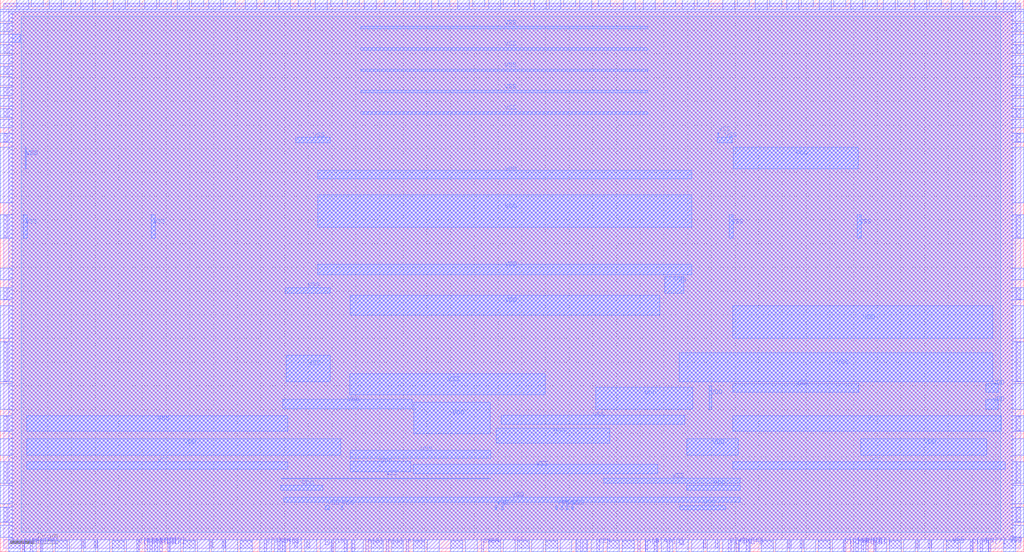
<source format=lef>
VERSION 5.7 ;
  NOWIREEXTENSIONATPIN ON ;
  DIVIDERCHAR "/" ;
  BUSBITCHARS "[]" ;
MACRO gf180mcu_fd_ip_sram__sram64x8m8wm1
  CLASS BLOCK ;
  FOREIGN gf180mcu_fd_ip_sram__sram64x8m8wm1 ;
  ORIGIN 0.000 0.000 ;
  SIZE 431.860 BY 232.880 ;
  SYMMETRY X Y R90 ;
  PIN A[5]
    DIRECTION INPUT ;
    USE SIGNAL ;
    ANTENNADIFFAREA 1.997600 ;
    PORT
      LAYER Metal2 ;
        RECT 272.085 0.000 273.205 5.000 ;
    END
  END A[5]
  PIN A[4]
    DIRECTION INPUT ;
    USE SIGNAL ;
    ANTENNADIFFAREA 1.997600 ;
    PORT
      LAYER Metal2 ;
        RECT 275.820 0.000 276.940 5.000 ;
    END
  END A[4]
  PIN A[3]
    DIRECTION INPUT ;
    USE SIGNAL ;
    ANTENNADIFFAREA 1.997600 ;
    PORT
      LAYER Metal2 ;
        RECT 281.325 0.000 282.445 5.000 ;
    END
  END A[3]
  PIN A[2]
    DIRECTION INPUT ;
    USE SIGNAL ;
    ANTENNADIFFAREA 1.997600 ;
    PORT
      LAYER Metal2 ;
        RECT 154.295 0.000 155.415 5.000 ;
    END
  END A[2]
  PIN A[1]
    DIRECTION INPUT ;
    USE SIGNAL ;
    ANTENNADIFFAREA 1.997600 ;
    PORT
      LAYER Metal2 ;
        RECT 162.760 0.000 163.880 5.000 ;
    END
  END A[1]
  PIN A[0]
    DIRECTION INPUT ;
    USE SIGNAL ;
    ANTENNADIFFAREA 1.997600 ;
    PORT
      LAYER Metal2 ;
        RECT 171.215 0.000 172.335 5.000 ;
    END
  END A[0]
  PIN CEN
    DIRECTION INPUT ;
    USE SIGNAL ;
    ANTENNADIFFAREA 1.997600 ;
    PORT
      LAYER Metal2 ;
        RECT 251.710 0.000 252.830 5.000 ;
    END
  END CEN
  PIN CLK
    DIRECTION INPUT ;
    USE SIGNAL ;
    ANTENNAGATEAREA 44.706600 ;
    PORT
      LAYER Metal2 ;
        RECT 139.680 0.000 140.800 5.000 ;
    END
  END CLK
  PIN D[7]
    DIRECTION INPUT ;
    USE SIGNAL ;
    ANTENNAGATEAREA 1.152000 ;
    PORT
      LAYER Metal2 ;
        RECT 416.860 0.000 417.980 5.000 ;
    END
  END D[7]
  PIN D[6]
    DIRECTION INPUT ;
    USE SIGNAL ;
    ANTENNAGATEAREA 1.152000 ;
    PORT
      LAYER Metal2 ;
        RECT 365.150 0.000 366.270 5.000 ;
    END
  END D[6]
  PIN D[5]
    DIRECTION INPUT ;
    USE SIGNAL ;
    ANTENNAGATEAREA 1.152000 ;
    PORT
      LAYER Metal2 ;
        RECT 358.910 0.000 360.030 5.000 ;
    END
  END D[5]
  PIN D[4]
    DIRECTION INPUT ;
    USE SIGNAL ;
    ANTENNAGATEAREA 1.152000 ;
    PORT
      LAYER Metal2 ;
        RECT 307.235 0.000 308.355 5.000 ;
    END
  END D[4]
  PIN D[3]
    DIRECTION INPUT ;
    USE SIGNAL ;
    ANTENNAGATEAREA 1.152000 ;
    PORT
      LAYER Metal2 ;
        RECT 118.975 0.000 120.095 5.000 ;
    END
  END D[3]
  PIN D[2]
    DIRECTION INPUT ;
    USE SIGNAL ;
    ANTENNAGATEAREA 1.152000 ;
    PORT
      LAYER Metal2 ;
        RECT 67.270 0.000 68.390 5.000 ;
    END
  END D[2]
  PIN D[1]
    DIRECTION INPUT ;
    USE SIGNAL ;
    ANTENNAGATEAREA 1.152000 ;
    PORT
      LAYER Metal2 ;
        RECT 61.030 0.000 62.150 5.000 ;
    END
  END D[1]
  PIN D[0]
    DIRECTION INPUT ;
    USE SIGNAL ;
    ANTENNAGATEAREA 1.152000 ;
    PORT
      LAYER Metal2 ;
        RECT 9.320 0.000 10.440 5.000 ;
    END
  END D[0]
  PIN GWEN
    DIRECTION INPUT ;
    USE SIGNAL ;
    ANTENNAGATEAREA 14.466000 ;
    PORT
      LAYER Metal2 ;
        RECT 202.940 0.000 204.060 5.000 ;
    END
  END GWEN
  PIN Q[7]
    DIRECTION OUTPUT ;
    USE SIGNAL ;
    ANTENNADIFFAREA 11.328000 ;
    PORT
      LAYER Metal2 ;
        RECT 409.275 0.000 410.395 5.000 ;
    END
  END Q[7]
  PIN Q[6]
    DIRECTION OUTPUT ;
    USE SIGNAL ;
    ANTENNADIFFAREA 11.328000 ;
    PORT
      LAYER Metal2 ;
        RECT 368.515 0.000 369.635 5.000 ;
    END
  END Q[6]
  PIN Q[5]
    DIRECTION OUTPUT ;
    USE SIGNAL ;
    ANTENNADIFFAREA 11.328000 ;
    PORT
      LAYER Metal2 ;
        RECT 355.545 0.000 356.665 5.000 ;
    END
  END Q[5]
  PIN Q[4]
    DIRECTION OUTPUT ;
    USE SIGNAL ;
    ANTENNADIFFAREA 11.328000 ;
    PORT
      LAYER Metal2 ;
        RECT 314.790 0.000 315.910 5.000 ;
    END
  END Q[4]
  PIN Q[3]
    DIRECTION OUTPUT ;
    USE SIGNAL ;
    ANTENNADIFFAREA 11.328000 ;
    PORT
      LAYER Metal2 ;
        RECT 111.395 0.000 112.515 5.000 ;
    END
  END Q[3]
  PIN Q[2]
    DIRECTION OUTPUT ;
    USE SIGNAL ;
    ANTENNADIFFAREA 11.328000 ;
    PORT
      LAYER Metal2 ;
        RECT 70.635 0.000 71.755 5.000 ;
    END
  END Q[2]
  PIN Q[1]
    DIRECTION OUTPUT ;
    USE SIGNAL ;
    ANTENNADIFFAREA 11.328000 ;
    PORT
      LAYER Metal2 ;
        RECT 57.665 0.000 58.785 5.000 ;
    END
  END Q[1]
  PIN Q[0]
    DIRECTION OUTPUT ;
    USE SIGNAL ;
    ANTENNADIFFAREA 11.328000 ;
    PORT
      LAYER Metal2 ;
        RECT 16.900 0.000 18.020 5.000 ;
    END
  END Q[0]
  PIN VDD
    DIRECTION INOUT ;
    USE POWER ;
    PORT
      LAYER Metal2 ;
        RECT 3.530 228.880 8.530 228.970 ;
        RECT 423.330 228.880 428.330 228.970 ;
        RECT 3.530 227.880 428.330 228.880 ;
        RECT 3.530 5.000 5.000 227.880 ;
        RECT 426.860 5.000 428.330 227.880 ;
        RECT 3.530 1.410 8.530 5.000 ;
        RECT 245.725 0.000 247.490 5.000 ;
        RECT 423.330 1.410 428.330 5.000 ;
      LAYER Metal3 ;
        RECT 7.005 228.880 12.005 232.880 ;
        RECT 20.685 228.880 25.685 232.880 ;
        RECT 34.005 228.880 39.005 232.880 ;
        RECT 47.685 228.880 52.685 232.880 ;
        RECT 61.005 228.880 66.005 232.880 ;
        RECT 74.685 228.880 79.685 232.880 ;
        RECT 88.005 228.880 93.005 232.880 ;
        RECT 103.265 228.880 108.265 232.880 ;
        RECT 117.415 228.880 122.415 232.880 ;
        RECT 132.860 228.880 137.860 232.880 ;
        RECT 153.550 228.880 158.550 232.880 ;
        RECT 177.075 228.880 182.075 232.880 ;
        RECT 192.925 228.880 197.925 232.880 ;
        RECT 206.150 228.880 211.150 232.880 ;
        RECT 225.345 228.880 230.345 232.880 ;
        RECT 231.565 228.880 236.565 232.880 ;
        RECT 244.505 228.880 249.505 232.880 ;
        RECT 262.845 228.880 267.845 232.880 ;
        RECT 271.310 228.880 276.310 232.880 ;
        RECT 287.735 228.880 292.735 232.880 ;
        RECT 304.885 228.880 309.885 232.880 ;
        RECT 318.565 228.880 323.565 232.880 ;
        RECT 331.885 228.880 336.885 232.880 ;
        RECT 345.565 228.880 350.565 232.880 ;
        RECT 358.885 228.880 363.885 232.880 ;
        RECT 372.565 228.880 377.565 232.880 ;
        RECT 385.885 228.880 390.885 232.880 ;
        RECT 401.145 228.880 406.145 232.880 ;
        RECT 415.295 228.880 420.295 232.880 ;
        RECT 423.330 228.880 428.330 232.880 ;
        RECT 0.000 227.880 431.860 228.880 ;
        RECT 0.000 223.880 5.000 227.880 ;
        RECT 426.860 223.880 431.860 227.880 ;
        RECT 0.000 214.880 8.530 218.380 ;
        RECT 426.860 214.880 431.860 218.380 ;
        RECT 0.000 205.880 5.000 209.380 ;
        RECT 426.860 205.880 431.860 209.380 ;
        RECT 0.000 196.880 5.000 200.380 ;
        RECT 426.860 196.880 431.860 200.380 ;
        RECT 0.000 187.880 5.000 191.380 ;
        RECT 426.860 187.880 431.860 191.380 ;
        RECT 0.000 178.880 5.000 182.380 ;
        RECT 426.860 178.880 431.860 182.380 ;
        RECT 0.000 147.150 5.000 170.625 ;
        RECT 426.860 147.150 431.860 170.625 ;
        RECT 0.000 114.690 5.000 119.690 ;
        RECT 426.860 114.690 431.860 119.690 ;
        RECT 0.000 90.080 5.000 103.695 ;
        RECT 426.860 90.080 431.860 103.695 ;
        RECT 0.000 60.180 5.000 70.890 ;
        RECT 426.860 60.180 431.860 70.890 ;
        RECT 0.000 40.760 5.000 47.575 ;
        RECT 426.860 40.760 431.860 47.575 ;
        RECT 0.000 20.300 5.000 28.145 ;
        RECT 426.860 20.300 431.860 28.145 ;
        RECT 0.000 6.160 5.000 11.160 ;
        RECT 3.530 5.000 5.000 6.160 ;
        RECT 426.860 6.160 431.860 11.160 ;
        RECT 426.860 5.000 428.330 6.160 ;
        RECT 3.530 0.000 8.530 5.000 ;
        RECT 10.195 0.000 15.195 5.000 ;
        RECT 17.210 0.000 22.210 5.000 ;
        RECT 29.210 0.000 34.210 5.000 ;
        RECT 35.210 0.000 40.210 5.000 ;
        RECT 41.210 0.000 46.210 5.000 ;
        RECT 53.210 0.000 58.210 5.000 ;
        RECT 62.215 0.000 67.215 5.000 ;
        RECT 71.210 0.000 76.210 5.000 ;
        RECT 83.210 0.000 88.210 5.000 ;
        RECT 89.210 0.000 94.210 5.000 ;
        RECT 95.210 0.000 100.210 5.000 ;
        RECT 109.550 0.000 114.550 5.000 ;
        RECT 115.550 0.000 120.550 5.000 ;
        RECT 122.050 0.000 127.050 5.000 ;
        RECT 128.550 0.000 133.550 5.000 ;
        RECT 135.050 0.000 140.050 5.000 ;
        RECT 141.550 0.000 146.550 5.000 ;
        RECT 148.050 0.000 153.050 5.000 ;
        RECT 180.155 0.000 185.155 5.000 ;
        RECT 196.140 0.000 201.140 5.000 ;
        RECT 212.165 0.000 217.165 5.000 ;
        RECT 224.165 0.000 229.165 5.000 ;
        RECT 236.165 0.000 241.165 5.000 ;
        RECT 242.830 0.000 247.830 5.000 ;
        RECT 249.380 0.000 254.380 5.000 ;
        RECT 272.290 0.000 277.290 5.000 ;
        RECT 278.790 0.000 283.790 5.000 ;
        RECT 285.290 0.000 290.290 5.000 ;
        RECT 291.790 0.000 296.790 5.000 ;
        RECT 298.290 0.000 303.290 5.000 ;
        RECT 304.790 0.000 309.790 5.000 ;
        RECT 311.475 0.000 316.475 5.000 ;
        RECT 327.090 0.000 332.090 5.000 ;
        RECT 333.090 0.000 338.090 5.000 ;
        RECT 339.090 0.000 344.090 5.000 ;
        RECT 351.090 0.000 356.090 5.000 ;
        RECT 360.085 0.000 365.085 5.000 ;
        RECT 369.090 0.000 374.090 5.000 ;
        RECT 381.090 0.000 386.090 5.000 ;
        RECT 387.090 0.000 392.090 5.000 ;
        RECT 393.090 0.000 398.090 5.000 ;
        RECT 405.090 0.000 410.090 5.000 ;
        RECT 412.095 0.000 417.095 5.000 ;
        RECT 423.330 0.000 428.330 5.000 ;
    END
    PORT
      LAYER Metal3 ;
        RECT 11.130 40.770 143.645 47.575 ;
    END
    PORT
      LAYER Metal3 ;
        RECT 147.685 33.720 173.110 38.260 ;
    END
    PORT
      LAYER Metal3 ;
        RECT 10.475 161.575 10.940 170.630 ;
    END
    PORT
      LAYER Metal3 ;
        RECT 133.860 157.430 291.755 160.995 ;
    END
    PORT
      LAYER Metal3 ;
        RECT 133.860 136.910 291.755 150.525 ;
    END
    PORT
      LAYER Metal3 ;
        RECT 309.265 161.575 361.915 170.625 ;
    END
    PORT
      LAYER Metal3 ;
        RECT 133.850 116.850 291.740 121.390 ;
    END
    PORT
      LAYER Metal3 ;
        RECT 147.565 99.845 278.225 108.125 ;
    END
    PORT
      LAYER Metal3 ;
        RECT 309.125 90.075 418.815 103.695 ;
    END
    PORT
      LAYER Metal3 ;
        RECT 119.105 60.230 173.805 64.235 ;
    END
    PORT
      LAYER Metal3 ;
        RECT 174.520 49.860 206.765 63.030 ;
    END
    PORT
      LAYER Metal3 ;
        RECT 251.140 60.175 292.105 69.330 ;
    END
    PORT
      LAYER Metal3 ;
        RECT 299.130 60.175 300.130 70.085 ;
    END
    PORT
      LAYER Metal3 ;
        RECT 309.035 67.305 362.145 70.890 ;
    END
    PORT
      LAYER Metal3 ;
        RECT 415.845 60.175 421.105 64.235 ;
    END
    PORT
      LAYER Metal3 ;
        RECT 415.845 67.305 421.105 70.895 ;
    END
    PORT
      LAYER Metal3 ;
        RECT 289.545 40.770 311.390 47.580 ;
    END
    PORT
      LAYER Metal3 ;
        RECT 363.010 40.760 416.170 47.575 ;
    END
    PORT
      LAYER Metal3 ;
        RECT 118.435 25.875 136.070 28.150 ;
    END
    PORT
      LAYER Metal3 ;
        RECT 119.545 20.830 312.145 23.095 ;
    END
    PORT
      LAYER Metal3 ;
        RECT 289.545 25.875 312.145 28.150 ;
    END
  END VDD
  PIN VSS
    DIRECTION INOUT ;
    USE GROUND ;
    PORT
      LAYER Metal1 ;
        RECT 1.410 227.880 430.450 231.470 ;
        RECT 1.410 5.000 5.000 227.880 ;
        RECT 426.860 5.000 430.450 227.880 ;
        RECT 1.410 1.410 430.450 5.000 ;
      LAYER Metal2 ;
        RECT 1.410 229.840 430.450 231.470 ;
        RECT 1.410 219.390 3.030 222.870 ;
        RECT 428.830 219.390 430.450 222.870 ;
        RECT 1.410 210.390 3.030 213.870 ;
        RECT 428.830 210.390 430.450 213.870 ;
        RECT 1.410 201.390 3.030 204.870 ;
        RECT 428.830 201.390 430.450 204.870 ;
        RECT 1.410 192.390 3.030 195.870 ;
        RECT 428.830 192.390 430.450 195.870 ;
        RECT 1.410 183.390 3.030 186.870 ;
        RECT 428.830 183.390 430.450 186.870 ;
        RECT 1.410 172.890 3.030 176.370 ;
        RECT 428.830 172.890 430.450 176.370 ;
        RECT 1.410 132.690 3.030 141.750 ;
        RECT 428.830 132.690 430.450 141.750 ;
        RECT 1.410 106.555 3.030 111.275 ;
        RECT 428.830 106.555 430.450 111.275 ;
        RECT 1.410 71.990 3.030 88.490 ;
        RECT 428.830 71.990 430.450 88.490 ;
        RECT 1.410 51.135 3.030 57.095 ;
        RECT 428.830 51.135 430.450 57.095 ;
        RECT 1.410 28.855 3.030 37.915 ;
        RECT 428.830 28.855 430.450 37.915 ;
        RECT 1.410 12.635 3.030 18.595 ;
        RECT 428.830 12.635 430.450 18.595 ;
        RECT 23.210 1.410 28.210 5.000 ;
        RECT 34.635 1.410 35.755 5.000 ;
        RECT 39.730 1.410 40.850 5.000 ;
        RECT 47.210 1.410 52.210 5.000 ;
        RECT 77.210 1.410 82.210 5.000 ;
        RECT 88.635 1.410 89.755 5.000 ;
        RECT 93.730 1.410 94.850 5.000 ;
        RECT 101.210 1.410 106.210 5.000 ;
        RECT 124.280 1.410 125.400 5.000 ;
        RECT 129.365 1.410 130.485 5.000 ;
        RECT 137.205 2.945 138.825 5.000 ;
        RECT 145.030 0.000 146.150 5.000 ;
        RECT 148.525 0.000 149.645 5.000 ;
        RECT 156.620 1.410 161.620 5.000 ;
        RECT 165.110 1.410 170.110 5.000 ;
        RECT 174.155 1.410 179.155 5.000 ;
        RECT 190.140 1.410 195.140 5.000 ;
        RECT 206.165 1.410 211.165 5.000 ;
        RECT 218.165 1.410 223.165 5.000 ;
        RECT 230.165 1.410 235.165 5.000 ;
        RECT 243.220 0.000 244.985 5.000 ;
        RECT 256.165 1.410 261.165 5.000 ;
        RECT 262.390 1.410 267.390 5.000 ;
        RECT 268.860 0.000 269.980 5.000 ;
        RECT 286.745 2.945 288.365 5.000 ;
        RECT 296.565 1.410 297.685 5.000 ;
        RECT 301.650 1.410 302.770 5.000 ;
        RECT 321.090 1.410 326.090 5.000 ;
        RECT 332.515 1.410 333.635 5.000 ;
        RECT 337.610 1.410 338.730 5.000 ;
        RECT 345.090 1.410 350.090 5.000 ;
        RECT 375.090 1.410 380.090 5.000 ;
        RECT 386.515 1.410 387.635 5.000 ;
        RECT 391.610 1.410 392.730 5.000 ;
        RECT 399.090 1.410 404.090 5.000 ;
      LAYER Metal3 ;
        RECT 13.130 229.840 18.130 232.880 ;
        RECT 26.810 229.840 31.810 232.880 ;
        RECT 40.130 229.840 45.130 232.880 ;
        RECT 53.810 229.840 58.810 232.880 ;
        RECT 67.130 229.840 72.130 232.880 ;
        RECT 80.810 229.840 85.810 232.880 ;
        RECT 94.130 229.840 99.130 232.880 ;
        RECT 111.290 229.840 116.290 232.880 ;
        RECT 125.790 229.840 130.790 232.880 ;
        RECT 139.385 229.840 144.385 232.880 ;
        RECT 146.365 229.840 151.365 232.880 ;
        RECT 161.905 229.840 166.905 232.880 ;
        RECT 170.120 229.840 175.120 232.880 ;
        RECT 184.740 229.840 189.740 232.880 ;
        RECT 199.410 229.840 204.410 232.880 ;
        RECT 212.150 229.840 217.150 232.880 ;
        RECT 218.565 229.840 223.565 232.880 ;
        RECT 237.690 229.840 242.690 232.880 ;
        RECT 252.325 229.840 257.325 232.880 ;
        RECT 279.950 229.840 284.950 232.880 ;
        RECT 293.955 229.840 298.955 232.880 ;
        RECT 311.010 229.840 316.010 232.880 ;
        RECT 324.690 229.840 329.690 232.880 ;
        RECT 338.010 229.840 343.010 232.880 ;
        RECT 351.690 229.840 356.690 232.880 ;
        RECT 365.010 229.840 370.010 232.880 ;
        RECT 378.690 229.840 383.690 232.880 ;
        RECT 392.010 229.840 397.010 232.880 ;
        RECT 409.170 229.840 414.170 232.880 ;
        RECT 0.000 219.380 5.000 222.880 ;
        RECT 426.860 219.380 431.860 222.880 ;
        RECT 0.000 210.380 5.000 213.880 ;
        RECT 426.860 210.380 431.860 213.880 ;
        RECT 0.000 201.380 5.000 204.880 ;
        RECT 426.860 201.380 431.860 204.880 ;
        RECT 0.000 192.380 5.000 195.880 ;
        RECT 426.860 192.380 431.860 195.880 ;
        RECT 0.000 183.380 5.000 186.880 ;
        RECT 426.860 183.380 431.860 186.880 ;
        RECT 0.000 172.680 5.000 176.630 ;
        RECT 426.860 172.680 431.860 176.630 ;
        RECT 0.000 132.175 5.000 142.080 ;
        RECT 426.860 132.175 431.860 142.080 ;
        RECT 0.000 106.410 5.000 111.410 ;
        RECT 426.860 106.410 431.860 111.410 ;
        RECT 0.000 71.640 5.000 88.650 ;
        RECT 426.860 71.640 431.860 88.650 ;
        RECT 0.000 50.880 5.000 57.465 ;
        RECT 426.860 50.880 431.860 57.465 ;
        RECT 0.000 28.830 5.000 37.980 ;
        RECT 426.860 28.830 431.860 37.980 ;
        RECT 0.000 12.510 5.000 18.860 ;
        RECT 426.860 12.510 431.860 18.860 ;
        RECT 23.210 0.000 28.210 4.660 ;
        RECT 47.210 0.000 52.210 4.660 ;
        RECT 77.210 0.000 82.210 4.660 ;
        RECT 101.210 0.000 106.210 4.660 ;
        RECT 156.620 0.000 161.620 4.660 ;
        RECT 165.110 0.000 170.110 4.660 ;
        RECT 174.155 0.000 179.155 4.660 ;
        RECT 190.140 0.000 195.140 4.660 ;
        RECT 206.165 0.000 211.165 4.660 ;
        RECT 218.165 0.000 223.165 4.660 ;
        RECT 230.165 0.000 235.165 4.660 ;
        RECT 256.165 0.000 261.165 4.660 ;
        RECT 262.390 0.000 267.390 4.660 ;
        RECT 321.090 0.000 326.090 4.660 ;
        RECT 345.090 0.000 350.090 4.660 ;
        RECT 375.090 0.000 380.090 4.660 ;
        RECT 399.090 0.000 404.090 4.660 ;
    END
    PORT
      LAYER Metal3 ;
        RECT 9.770 132.165 11.395 142.080 ;
    END
    PORT
      LAYER Metal3 ;
        RECT 63.770 132.165 65.395 142.080 ;
    END
    PORT
      LAYER Metal3 ;
        RECT 11.245 50.870 121.250 57.455 ;
    END
    PORT
      LAYER Metal3 ;
        RECT 124.710 172.450 139.150 174.810 ;
    END
    PORT
      LAYER Metal3 ;
        RECT 152.010 220.630 273.110 221.640 ;
    END
    PORT
      LAYER Metal3 ;
        RECT 152.015 211.630 273.110 212.640 ;
    END
    PORT
      LAYER Metal3 ;
        RECT 152.015 202.630 273.110 203.640 ;
    END
    PORT
      LAYER Metal3 ;
        RECT 152.015 193.630 273.110 194.640 ;
    END
    PORT
      LAYER Metal3 ;
        RECT 152.015 184.630 273.110 185.640 ;
    END
    PORT
      LAYER Metal3 ;
        RECT 302.745 175.430 303.195 176.850 ;
    END
    PORT
      LAYER Metal3 ;
        RECT 302.550 172.450 308.770 174.810 ;
    END
    PORT
      LAYER Metal3 ;
        RECT 307.650 132.165 309.275 142.080 ;
    END
    PORT
      LAYER Metal3 ;
        RECT 361.650 132.165 363.275 142.080 ;
    END
    PORT
      LAYER Metal3 ;
        RECT 120.180 109.130 139.130 111.410 ;
    END
    PORT
      LAYER Metal3 ;
        RECT 280.390 109.130 288.385 115.995 ;
    END
    PORT
      LAYER Metal3 ;
        RECT 120.555 71.645 139.140 82.990 ;
    END
    PORT
      LAYER Metal3 ;
        RECT 147.390 66.215 229.885 75.075 ;
    END
    PORT
      LAYER Metal3 ;
        RECT 286.475 71.635 418.815 83.920 ;
    END
    PORT
      LAYER Metal3 ;
        RECT 211.305 53.700 288.680 57.635 ;
    END
    PORT
      LAYER Metal3 ;
        RECT 309.125 50.865 422.410 57.465 ;
    END
    PORT
      LAYER Metal3 ;
        RECT 11.245 34.900 121.250 37.975 ;
    END
    PORT
      LAYER Metal3 ;
        RECT 118.435 30.885 206.985 30.995 ;
    END
    PORT
      LAYER Metal3 ;
        RECT 147.565 39.500 206.985 42.910 ;
    END
    PORT
      LAYER Metal3 ;
        RECT 174.300 32.960 277.410 36.960 ;
    END
    PORT
      LAYER Metal3 ;
        RECT 209.285 45.825 257.150 52.100 ;
    END
    PORT
      LAYER Metal3 ;
        RECT 254.610 28.830 312.145 30.995 ;
    END
    PORT
      LAYER Metal3 ;
        RECT 309.125 34.900 423.935 37.975 ;
    END
    PORT
      LAYER Metal3 ;
        RECT 137.190 17.620 138.890 19.380 ;
    END
    PORT
      LAYER Metal3 ;
        RECT 143.820 17.620 144.470 19.380 ;
    END
    PORT
      LAYER Metal3 ;
        RECT 208.870 17.620 209.520 19.380 ;
    END
    PORT
      LAYER Metal3 ;
        RECT 211.495 17.620 212.145 19.380 ;
    END
    PORT
      LAYER Metal3 ;
        RECT 234.365 17.620 235.015 19.380 ;
    END
    PORT
      LAYER Metal3 ;
        RECT 236.605 17.620 237.255 19.380 ;
    END
    PORT
      LAYER Metal3 ;
        RECT 238.845 17.620 239.495 19.380 ;
    END
    PORT
      LAYER Metal3 ;
        RECT 241.085 17.620 241.735 19.380 ;
    END
    PORT
      LAYER Metal3 ;
        RECT 286.725 17.620 306.075 19.380 ;
    END
  END VSS
  PIN WEN[7]
    DIRECTION INPUT ;
    USE SIGNAL ;
    ANTENNAGATEAREA 1.938000 ;
    PORT
      LAYER Metal2 ;
        RECT 413.475 0.000 414.595 5.000 ;
    END
  END WEN[7]
  PIN WEN[6]
    DIRECTION INPUT ;
    USE SIGNAL ;
    ANTENNAGATEAREA 1.938000 ;
    PORT
      LAYER Metal2 ;
        RECT 363.150 0.000 364.270 5.000 ;
    END
  END WEN[6]
  PIN WEN[5]
    DIRECTION INPUT ;
    USE SIGNAL ;
    ANTENNAGATEAREA 1.938000 ;
    PORT
      LAYER Metal2 ;
        RECT 360.900 0.000 362.020 5.000 ;
    END
  END WEN[5]
  PIN WEN[4]
    DIRECTION INPUT ;
    USE SIGNAL ;
    ANTENNAGATEAREA 1.938000 ;
    PORT
      LAYER Metal2 ;
        RECT 310.575 0.000 311.695 5.000 ;
    END
  END WEN[4]
  PIN WEN[3]
    DIRECTION INPUT ;
    USE SIGNAL ;
    ANTENNAGATEAREA 1.938000 ;
    PORT
      LAYER Metal2 ;
        RECT 117.020 0.000 118.140 5.000 ;
    END
  END WEN[3]
  PIN WEN[2]
    DIRECTION INPUT ;
    USE SIGNAL ;
    ANTENNAGATEAREA 1.938000 ;
    PORT
      LAYER Metal2 ;
        RECT 65.270 0.000 66.390 5.000 ;
    END
  END WEN[2]
  PIN WEN[1]
    DIRECTION INPUT ;
    USE SIGNAL ;
    ANTENNAGATEAREA 1.938000 ;
    PORT
      LAYER Metal2 ;
        RECT 63.020 0.000 64.140 5.000 ;
    END
  END WEN[1]
  PIN WEN[0]
    DIRECTION INPUT ;
    USE SIGNAL ;
    ANTENNAGATEAREA 1.938000 ;
    PORT
      LAYER Metal2 ;
        RECT 12.695 0.000 13.815 5.000 ;
    END
  END WEN[0]
  OBS
      LAYER Nwell ;
        RECT 8.870 8.245 422.170 225.950 ;
      LAYER Metal1 ;
        RECT 5.000 5.000 426.860 227.880 ;
      LAYER Metal2 ;
        RECT 5.000 5.000 426.860 227.880 ;
      LAYER Metal3 ;
        RECT 5.000 5.000 426.860 227.880 ;
  END
END gf180mcu_fd_ip_sram__sram64x8m8wm1
END LIBRARY


</source>
